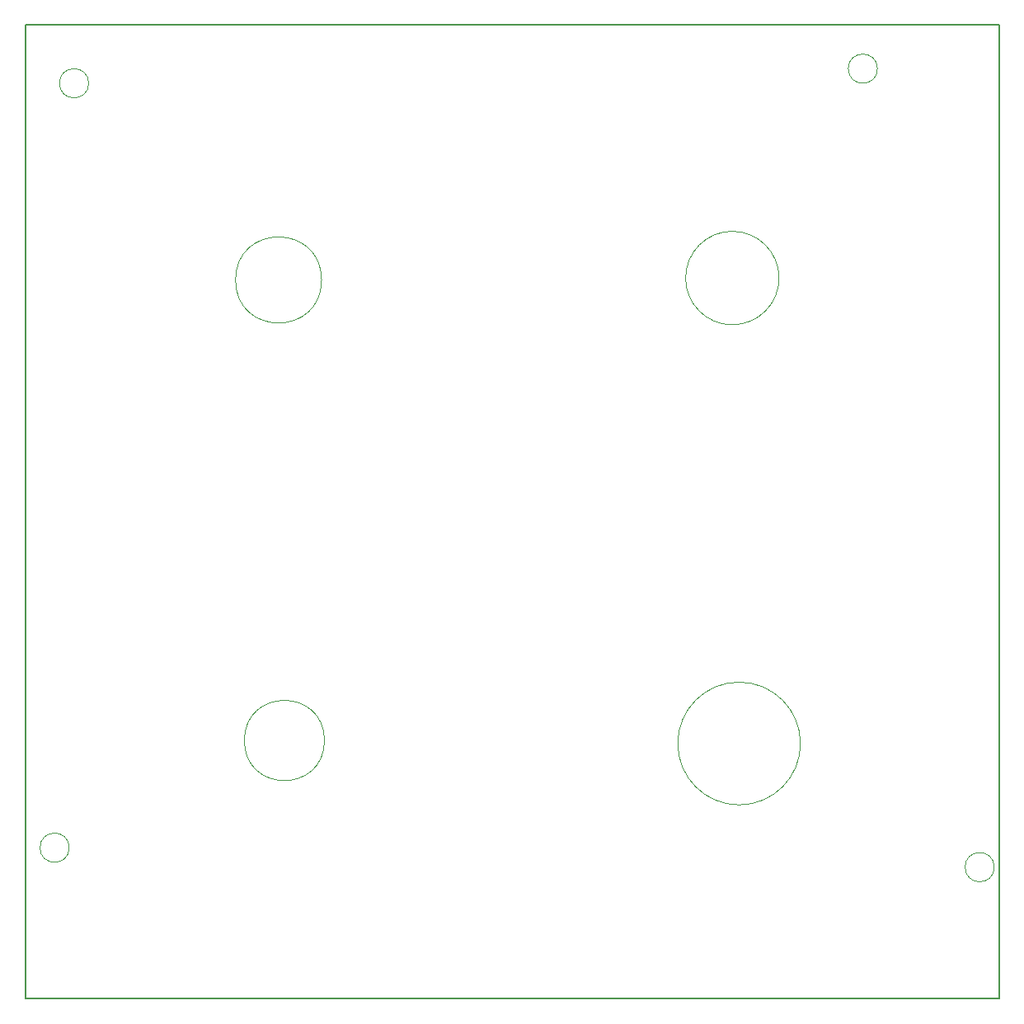
<source format=gbr>
%TF.GenerationSoftware,KiCad,Pcbnew,8.0.5*%
%TF.CreationDate,2025-06-03T16:45:13-04:00*%
%TF.ProjectId,arm,61726d2e-6b69-4636-9164-5f7063625858,rev?*%
%TF.SameCoordinates,Original*%
%TF.FileFunction,Profile,NP*%
%FSLAX46Y46*%
G04 Gerber Fmt 4.6, Leading zero omitted, Abs format (unit mm)*
G04 Created by KiCad (PCBNEW 8.0.5) date 2025-06-03 16:45:13*
%MOMM*%
%LPD*%
G01*
G04 APERTURE LIST*
%TA.AperFunction,Profile*%
%ADD10C,0.050000*%
%TD*%
%TA.AperFunction,Profile*%
%ADD11C,0.200000*%
%TD*%
G04 APERTURE END LIST*
D10*
X227400000Y-56000000D02*
G75*
G02*
X217800000Y-56000000I-4800000J0D01*
G01*
X217800000Y-56000000D02*
G75*
G02*
X227400000Y-56000000I4800000J0D01*
G01*
X180716923Y-103493556D02*
G75*
G02*
X172483077Y-103493556I-4116923J0D01*
G01*
X172483077Y-103493556D02*
G75*
G02*
X180716923Y-103493556I4116923J0D01*
G01*
X154500000Y-114500000D02*
G75*
G02*
X151500000Y-114500000I-1500000J0D01*
G01*
X151500000Y-114500000D02*
G75*
G02*
X154500000Y-114500000I1500000J0D01*
G01*
X156500000Y-36000000D02*
G75*
G02*
X153500000Y-36000000I-1500000J0D01*
G01*
X153500000Y-36000000D02*
G75*
G02*
X156500000Y-36000000I1500000J0D01*
G01*
X229600001Y-103800000D02*
G75*
G02*
X216993653Y-103800000I-6303174J0D01*
G01*
X216993653Y-103800000D02*
G75*
G02*
X229600001Y-103800000I6303174J0D01*
G01*
X249500000Y-116500000D02*
G75*
G02*
X246500000Y-116500000I-1500000J0D01*
G01*
X246500000Y-116500000D02*
G75*
G02*
X249500000Y-116500000I1500000J0D01*
G01*
X180418650Y-56200000D02*
G75*
G02*
X171581350Y-56200000I-4418650J0D01*
G01*
X171581350Y-56200000D02*
G75*
G02*
X180418650Y-56200000I4418650J0D01*
G01*
D11*
X150000000Y-30000000D02*
X250000000Y-30000000D01*
X250000000Y-130000000D01*
X150000000Y-130000000D01*
X150000000Y-30000000D01*
D10*
X237500000Y-34500000D02*
G75*
G02*
X234500000Y-34500000I-1500000J0D01*
G01*
X234500000Y-34500000D02*
G75*
G02*
X237500000Y-34500000I1500000J0D01*
G01*
M02*

</source>
